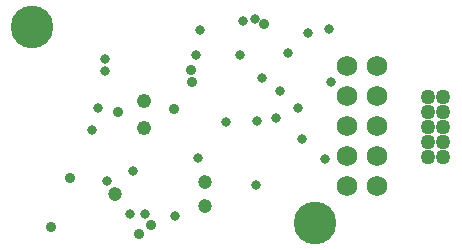
<source format=gbs>
G75*
%MOIN*%
%OFA0B0*%
%FSLAX25Y25*%
%IPPOS*%
%LPD*%
%AMOC8*
5,1,8,0,0,1.08239X$1,22.5*
%
%ADD10C,0.14186*%
%ADD11C,0.04700*%
%ADD12C,0.06824*%
%ADD13C,0.04965*%
%ADD14C,0.03200*%
%ADD15C,0.04800*%
%ADD16C,0.03600*%
D10*
X0129556Y0019200D03*
X0035406Y0084500D03*
D11*
X0092856Y0032900D03*
X0092856Y0024900D03*
X0062856Y0028900D03*
D12*
X0140456Y0031450D03*
X0150456Y0031450D03*
X0150456Y0041450D03*
X0140456Y0041450D03*
X0140456Y0051450D03*
X0150456Y0051450D03*
X0150456Y0061450D03*
X0140456Y0061450D03*
X0140456Y0071450D03*
X0150456Y0071450D03*
D13*
X0167406Y0061150D03*
X0172406Y0061150D03*
X0172406Y0056150D03*
X0167406Y0056150D03*
X0167406Y0051150D03*
X0172406Y0051150D03*
X0172406Y0046150D03*
X0167406Y0046150D03*
X0167406Y0041150D03*
X0172406Y0041150D03*
D14*
X0132956Y0040425D03*
X0125281Y0047100D03*
X0116531Y0053975D03*
X0110456Y0053100D03*
X0100106Y0052700D03*
X0117906Y0063250D03*
X0111956Y0067550D03*
X0104806Y0075275D03*
X0090106Y0075050D03*
X0091306Y0083525D03*
X0105706Y0086575D03*
X0109556Y0087075D03*
X0127256Y0082500D03*
X0134406Y0083950D03*
X0120556Y0075925D03*
X0134906Y0066150D03*
X0123981Y0057375D03*
X0090506Y0040675D03*
X0109981Y0031750D03*
X0082881Y0021300D03*
X0072831Y0022050D03*
X0067956Y0022150D03*
X0060431Y0033175D03*
X0069031Y0036450D03*
X0055206Y0050100D03*
X0057206Y0057400D03*
X0059806Y0069650D03*
X0059706Y0073900D03*
D15*
X0072481Y0059925D03*
X0072656Y0050800D03*
D16*
X0041531Y0017900D03*
X0070856Y0015300D03*
X0074856Y0018575D03*
X0048131Y0034050D03*
X0064106Y0056100D03*
X0082656Y0057125D03*
X0088506Y0066000D03*
X0088281Y0070050D03*
X0112681Y0085550D03*
M02*

</source>
